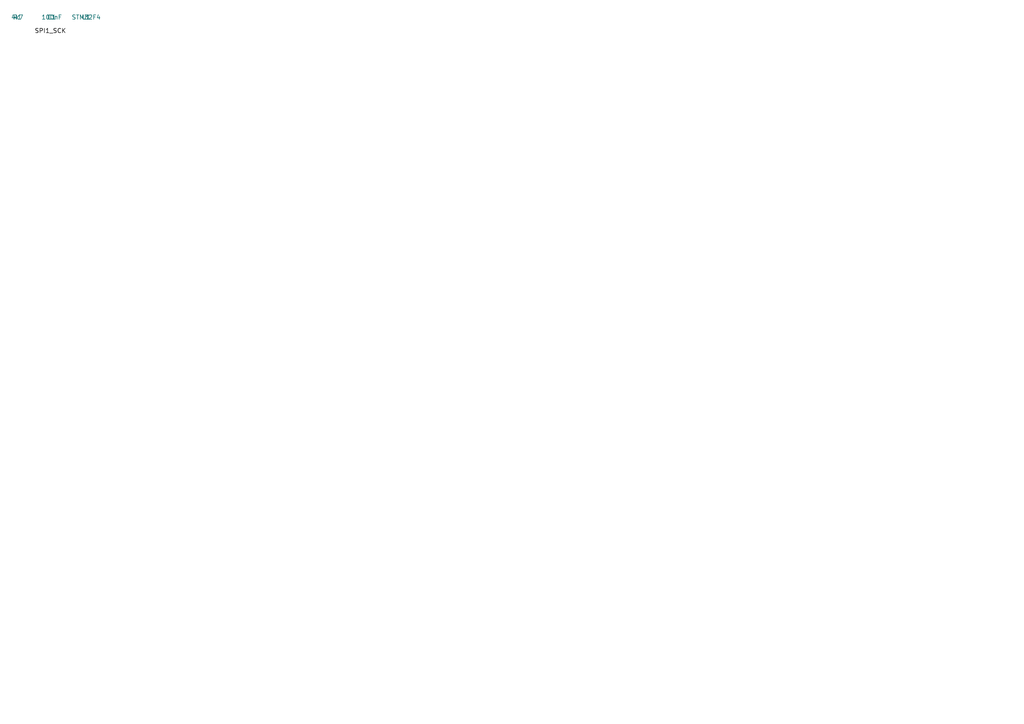
<source format=kicad_sch>
(kicad_sch (version 20211014) (generator kiutils)
  (paper "A4")

  (title_block
    (title "Test Schematic")
    (date "2026-02-17")
    (rev "1.0")
    (company "TestCo")
  )
  (lib_symbols)

  (label "SPI1_SCK" (at 10 10 0)
    (effects (font (size 1.27 1.27)) (justify left bottom))
    (uuid bbbb-0001)
  )

  (symbol (lib_id "Device:R") (at 5 5 0) (unit 1)
    (in_bom yes) (on_board yes)
    (uuid aaaa-0001)
    (property "Reference" "R1" (at 5 5 0)
      (effects (font (size 1.27 1.27)))
    )
    (property "Value" "4k7" (at 5 5 0)
      (effects (font (size 1.27 1.27)))
    )
    (property "Footprint" "Resistor_SMD:R_0402_1005Metric" (at 5 5 0)
      (effects (font (size 1.27 1.27)) hide)
    )
    (property "Datasheet" "~" (at 5 5 0)
      (effects (font (size 1.27 1.27)) hide)
    )
    (instances
      (project "test"
        (path "/"
          (reference "R1") (unit 1)
        )
      )
    )
  )

  (symbol (lib_id "Device:C") (at 15 5 0) (unit 1)
    (in_bom yes) (on_board yes)
    (uuid aaaa-0002)
    (property "Reference" "C1" (at 15 5 0)
      (effects (font (size 1.27 1.27)))
    )
    (property "Value" "100nF" (at 15 5 0)
      (effects (font (size 1.27 1.27)))
    )
    (property "Footprint" "Capacitor_SMD:C_0402_1005Metric" (at 15 5 0)
      (effects (font (size 1.27 1.27)) hide)
    )
    (property "Datasheet" "~" (at 15 5 0)
      (effects (font (size 1.27 1.27)) hide)
    )
    (instances
      (project "test"
        (path "/"
          (reference "C1") (unit 1)
        )
      )
    )
  )

  (symbol (lib_id "Device:IC") (at 25 5 0) (unit 1)
    (in_bom yes) (on_board yes)
    (uuid aaaa-0003)
    (property "Reference" "U1" (at 25 5 0)
      (effects (font (size 1.27 1.27)))
    )
    (property "Value" "STM32F4" (at 25 5 0)
      (effects (font (size 1.27 1.27)))
    )
    (property "Footprint" "" (at 25 5 0)
      (effects (font (size 1.27 1.27)) hide)
    )
    (property "Datasheet" "~" (at 25 5 0)
      (effects (font (size 1.27 1.27)) hide)
    )
    (instances
      (project "test"
        (path "/"
          (reference "U1") (unit 1)
        )
      )
    )
  )

  (sheet_instances
    (path "/" (page "1"))
  )
)

</source>
